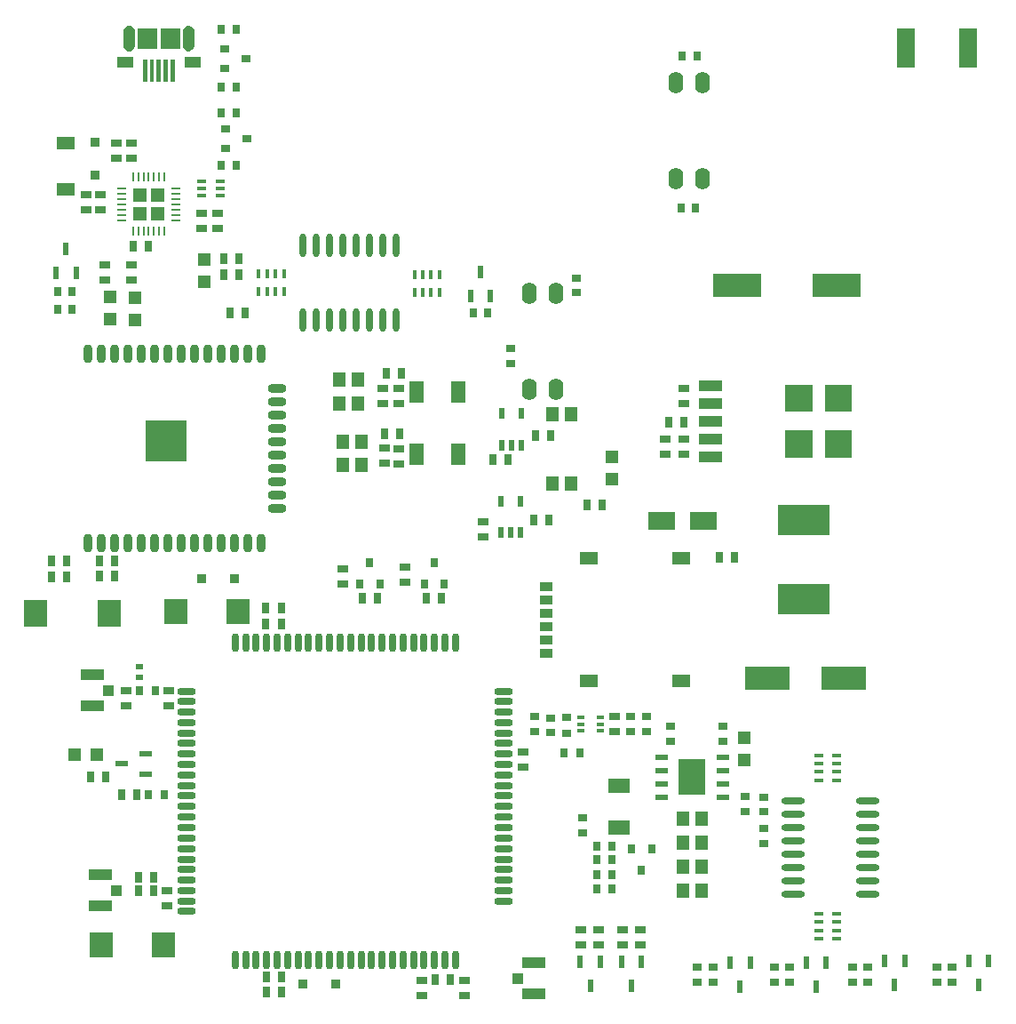
<source format=gtp>
%FSTAX23Y23*%
%MOIN*%
%SFA1B1*%

%IPPOS*%
%ADD19R,0.066930X0.049210*%
%ADD20R,0.035430X0.010000*%
%ADD21R,0.010000X0.035430*%
%ADD22R,0.037400X0.035430*%
%ADD23O,0.035000X0.070000*%
%ADD24O,0.070000X0.035000*%
%ADD25R,0.157500X0.157500*%
%ADD26R,0.029530X0.039370*%
%ADD27R,0.015750X0.082680*%
%ADD28R,0.059060X0.039370*%
%ADD29R,0.074800X0.074800*%
%ADD30R,0.039370X0.029530*%
%ADD31R,0.035430X0.015750*%
%ADD32R,0.017720X0.035430*%
%ADD33O,0.087840X0.023700*%
%ADD34R,0.086910X0.093540*%
%ADD35R,0.035430X0.017720*%
%ADD36R,0.021650X0.039370*%
%ADD37O,0.070870X0.027560*%
%ADD38O,0.027560X0.070870*%
%ADD39R,0.023620X0.045280*%
%ADD40R,0.035430X0.031500*%
%ADD41R,0.031500X0.035430*%
%ADD42R,0.066930X0.145670*%
%ADD43R,0.031500X0.035430*%
%ADD44R,0.035430X0.031500*%
%ADD45R,0.085040X0.042130*%
%ADD46R,0.047240X0.047240*%
%ADD47R,0.165350X0.086610*%
%ADD48R,0.055120X0.078740*%
%ADD49R,0.047240X0.055120*%
%ADD50R,0.047240X0.047240*%
%ADD51R,0.086910X0.102050*%
%ADD52R,0.098430X0.137790*%
%ADD53R,0.047240X0.023620*%
%ADD54R,0.078740X0.055120*%
%ADD55O,0.055120X0.082680*%
%ADD56R,0.035430X0.037400*%
%ADD57R,0.086610X0.041340*%
%ADD58R,0.041340X0.039370*%
%ADD59R,0.025980X0.024410*%
%ADD60R,0.027560X0.035430*%
%ADD61R,0.035430X0.027560*%
%ADD62R,0.196850X0.118110*%
%ADD63R,0.098430X0.066930*%
%ADD64R,0.183070X0.090550*%
%ADD65O,0.023700X0.087840*%
%ADD66R,0.027560X0.016540*%
%ADD67R,0.070870X0.051180*%
%ADD68R,0.047240X0.035430*%
%ADD69R,0.045280X0.023620*%
%LNesp_gsm_iot-1*%
%LPD*%
G36*
X00649Y03752D02*
X00574D01*
Y03827*
X00649*
Y03752*
G37*
G36*
X00562D02*
X00487D01*
Y03827*
X00562*
Y03752*
G37*
G36*
X00469Y03833D02*
X00475Y03827D01*
X00478Y03819*
X00478Y03815*
Y03764*
X00478Y0376*
X00475Y03752*
X00469Y03746*
X00461Y03742*
X00452*
X00444Y03746*
X00438Y03752*
X00435Y0376*
X00435Y03764*
Y03815*
X00435Y03819*
X00438Y03827*
X00444Y03833*
X00452Y03837*
X00461*
X00469Y03833*
G37*
G36*
X00691Y03833D02*
X00697Y03827D01*
X00701Y03819*
Y0376*
X00697Y03752*
X00691Y03746*
X00683Y03742*
X00675*
X00667Y03746*
X00661Y03752*
X00657Y0376*
Y03819*
X00661Y03827*
X00667Y03833*
X00675Y03837*
X00683*
X00691Y03833*
G37*
G36*
X00723Y03681D02*
X00664D01*
Y03721*
X00723*
Y03681*
G37*
G36*
X00471D02*
X00412D01*
Y03721*
X00471*
Y03681*
G37*
G36*
X00627Y03628D02*
X00611D01*
Y03711*
X00627*
Y03628*
G37*
G36*
X00601D02*
X00586D01*
Y03711*
X00601*
Y03628*
G37*
G36*
X00576D02*
X0056D01*
Y03711*
X00576*
Y03628*
G37*
G36*
X0055D02*
X00534D01*
Y03711*
X0055*
Y03628*
G37*
G36*
X00524D02*
X00509D01*
Y03711*
X00524*
Y03628*
G37*
G36*
X0059Y03177D02*
X0054D01*
Y03227*
X0059*
Y03177*
G37*
G36*
X00521D02*
X00471D01*
Y03227*
X00521*
Y03177*
G37*
G36*
X0059Y03108D02*
X0054D01*
Y03158*
X0059*
Y03108*
G37*
G36*
X00521D02*
X00471D01*
Y03158*
X00521*
Y03108*
G37*
G36*
X0317Y02389D02*
X03068D01*
Y02492*
X0317*
Y02389*
G37*
G36*
X03021D02*
X02919D01*
Y02492*
X03021*
Y02389*
G37*
G36*
X0317Y02217D02*
X03068D01*
Y0232*
X0317*
Y02217*
G37*
G36*
X03021D02*
X02919D01*
Y0232*
X03021*
Y02217*
G37*
G54D19*
X0022Y03396D03*
Y03223D03*
G54D20*
X00428Y03227D03*
X00632D03*
Y03207D03*
Y03187D03*
Y03168D03*
Y03148D03*
Y03128D03*
Y03108D03*
X00428D03*
Y03128D03*
Y03148D03*
Y03168D03*
Y03187D03*
Y03207D03*
G54D21*
X00471Y0327D03*
X0059Y03066D03*
X0057D03*
X0055D03*
X0053D03*
X00511D03*
X00491D03*
X00471D03*
X00491Y0327D03*
X00511D03*
X0053D03*
X0055D03*
X0057D03*
X0059D03*
G54D22*
X0033Y03402D03*
Y03277D03*
G54D23*
X00301Y02606D03*
X00351D03*
X00401D03*
X00451D03*
X00501D03*
X00551D03*
X00601D03*
X00651D03*
X00701D03*
X00751D03*
X00801D03*
X00851D03*
X00901D03*
X00951D03*
Y01897D03*
X00901D03*
X00851D03*
X00801D03*
X00751D03*
X00701D03*
X00651D03*
X00601D03*
X00551D03*
X00501D03*
X00451D03*
X00401D03*
X00351D03*
X00301D03*
G54D24*
X01012Y02476D03*
Y02426D03*
Y02376D03*
Y02326D03*
Y02276D03*
Y02226D03*
Y02176D03*
Y02126D03*
Y02076D03*
Y02026D03*
G54D25*
X00595Y0228D03*
G54D26*
X00471Y0301D03*
X00528D03*
X02038Y023D03*
X01981D03*
X01331Y0169D03*
X01388D03*
X01027Y01595D03*
X0097D03*
X02176Y0204D03*
X02233D03*
X01416Y02307D03*
X01473D03*
X00811Y02905D03*
X00868D03*
X00427Y00955D03*
X00484D03*
X00223Y0183D03*
X00166D03*
X00223Y0177D03*
X00166D03*
X00403Y0183D03*
X00346D03*
X0163Y0169D03*
X01573D03*
X01421Y02535D03*
X01478D03*
X01878Y0221D03*
X01821D03*
X01976Y01983D03*
X02033D03*
X00548Y00645D03*
X00491D03*
Y00595D03*
X00548D03*
X01606Y0026D03*
X01663D03*
X02481Y0235D03*
X02538D03*
X02671Y01845D03*
X02728D03*
X00346Y01775D03*
X00403D03*
X00311Y0102D03*
X00368D03*
X00971Y00215D03*
X01028D03*
X0097Y01655D03*
X01027D03*
X00971Y0027D03*
X01028D03*
X00836Y0276D03*
X00893D03*
X00811Y02965D03*
X00868D03*
G54D27*
X00568Y03669D03*
X00593D03*
X00619D03*
X00542D03*
X00517D03*
G54D28*
X00694Y03701D03*
X00442D03*
G54D29*
X00611Y0379D03*
X00525D03*
G54D30*
X00465Y03341D03*
Y03398D03*
X0041D03*
Y03341D03*
X0079Y03076D03*
Y03133D03*
X0126Y01745D03*
Y01802D03*
X01555Y00258D03*
Y00201D03*
X01415Y02253D03*
Y02196D03*
X0147Y0225D03*
Y02193D03*
X00295Y03146D03*
Y03203D03*
X0035Y03146D03*
Y03203D03*
X00365Y02885D03*
Y02942D03*
X00465Y02885D03*
Y02942D03*
X01492Y01808D03*
Y01751D03*
X0141Y02477D03*
Y0242D03*
X0147Y02477D03*
Y0242D03*
X01785Y01978D03*
Y01921D03*
X0231Y00389D03*
Y00446D03*
X02217Y00389D03*
Y00446D03*
X02152Y00389D03*
Y00446D03*
X01715Y00201D03*
Y00258D03*
X0228Y0119D03*
Y01247D03*
X0254Y02231D03*
Y02288D03*
X0247Y02231D03*
Y02288D03*
X0254Y02421D03*
Y02478D03*
X006Y00593D03*
Y00536D03*
X00445Y01343D03*
Y01286D03*
X00605Y01343D03*
Y01286D03*
X01935Y01113D03*
Y01056D03*
X02374Y00446D03*
Y00389D03*
X0073Y03133D03*
Y03076D03*
G54D31*
X00727Y03253D03*
X00797D03*
Y03227D03*
Y03201D03*
X00727D03*
Y03227D03*
G54D32*
X0159Y02903D03*
X01622D03*
X01527D03*
X01559D03*
Y02836D03*
X01527D03*
X01622D03*
X0159D03*
X01005Y02908D03*
X01037D03*
X00942D03*
X00974D03*
Y02841D03*
X00942D03*
X01037D03*
X01005D03*
G54D33*
X02949Y0093D03*
Y0088D03*
Y0083D03*
Y0078D03*
Y0073D03*
Y0068D03*
Y0063D03*
Y0058D03*
X0323Y0093D03*
Y0088D03*
Y0083D03*
Y0078D03*
Y0073D03*
Y0068D03*
Y0063D03*
Y0058D03*
G54D34*
X00353Y0039D03*
X00586D03*
X00631Y0164D03*
X00864D03*
G54D35*
X03113Y01039D03*
Y01007D03*
Y01102D03*
Y0107D03*
X03046D03*
Y01102D03*
Y01007D03*
Y01039D03*
X03111Y00444D03*
Y00413D03*
Y00507D03*
Y00476D03*
X03044D03*
Y00507D03*
Y00413D03*
Y00444D03*
G54D36*
X01851Y01936D03*
X01889D03*
X01926D03*
Y02054D03*
X01851D03*
X01854Y02384D03*
X01929D03*
Y02265D03*
X01891D03*
X01854D03*
G54D37*
X00673Y00516D03*
Y01342D03*
X01862Y01342D03*
X00673Y00555D03*
Y00594D03*
Y00634D03*
Y00673D03*
Y00712D03*
Y00752D03*
Y00791D03*
Y00831D03*
Y0087D03*
Y00909D03*
Y00949D03*
Y00988D03*
Y01027D03*
Y01067D03*
Y01106D03*
Y01146D03*
Y01185D03*
Y01224D03*
Y01264D03*
Y01303D03*
X01862D03*
Y01264D03*
Y01224D03*
Y01185D03*
Y01146D03*
Y01106D03*
Y01067D03*
Y01027D03*
Y00988D03*
Y00949D03*
Y00909D03*
Y0087D03*
Y00831D03*
Y00791D03*
Y00752D03*
Y00712D03*
Y00673D03*
Y00634D03*
Y00594D03*
Y00555D03*
G54D38*
X01681Y01523D03*
X00855D03*
Y00335D03*
X01681D03*
X01642D03*
X01603D03*
X01563D03*
X01524D03*
X01484D03*
X01445D03*
X01406D03*
X01366D03*
X01327D03*
X01288D03*
X01248D03*
X01209D03*
X0117D03*
X0113D03*
X01091D03*
X01051D03*
X01012D03*
X00973D03*
X00933D03*
X00894D03*
Y01523D03*
X00933D03*
X00973D03*
X01012D03*
X01051D03*
X01091D03*
X0113D03*
X0117D03*
X01209D03*
X01248D03*
X01288D03*
X01327D03*
X01366D03*
X01406D03*
X01445D03*
X01484D03*
X01524D03*
X01563D03*
X01603D03*
X01642D03*
G54D39*
X02379Y00326D03*
X02305D03*
X02342Y00238D03*
X02787Y00324D03*
X02712D03*
X0275Y00235D03*
X01775Y02914D03*
X01812Y02825D03*
X01737D03*
X0333Y0024D03*
X03292Y00329D03*
X03367D03*
X03646Y0024D03*
X03608Y00329D03*
X03683D03*
X03035Y00235D03*
X02997Y00324D03*
X03072D03*
X0022Y02999D03*
X00257Y0291D03*
X00182D03*
X02224Y00326D03*
X0215D03*
X02187Y00238D03*
G54D40*
X0204Y01242D03*
Y01187D03*
X024Y01192D03*
Y01247D03*
X0198D03*
Y01192D03*
X0189Y02572D03*
Y02627D03*
X0216Y00867D03*
Y00812D03*
X02685Y01155D03*
Y0121D03*
X0277Y00892D03*
Y00947D03*
X0284Y00772D03*
Y00827D03*
X0249Y0121D03*
Y01154D03*
X0284Y0089D03*
Y00945D03*
X02135Y02837D03*
Y02892D03*
X03545Y00252D03*
Y00307D03*
X03488Y00252D03*
Y00307D03*
X03228Y00252D03*
Y00307D03*
X03172Y00252D03*
Y00307D03*
X02935Y00252D03*
Y00307D03*
X0288Y00252D03*
Y00307D03*
X0265Y00252D03*
Y00307D03*
X0259Y00252D03*
Y00307D03*
G54D41*
X0136Y01824D03*
X01397Y01745D03*
X01322D03*
X01564D03*
X01639D03*
X01601Y01824D03*
X0238Y0067D03*
X02342Y00749D03*
X02417D03*
G54D42*
X03373Y03755D03*
X03606D03*
G54D43*
X00802Y0351D03*
X00857D03*
X00802Y03313D03*
X00857D03*
Y03825D03*
X00802D03*
Y03606D03*
X00857D03*
X02267Y006D03*
X02212D03*
Y00655D03*
X02267D03*
X02212Y0076D03*
X02267D03*
X02212Y0071D03*
X02267D03*
X00242Y02775D03*
X00187D03*
X00242Y0284D03*
X00187D03*
X02582Y03155D03*
X02527D03*
X02587Y03725D03*
X02532D03*
X01802Y02761D03*
X01747D03*
G54D44*
X00815Y03752D03*
Y03677D03*
X00894Y03715D03*
X00899Y03415D03*
X0082Y03377D03*
Y03452D03*
G54D45*
X02638Y02488D03*
Y02421D03*
Y02355D03*
Y02288D03*
Y02221D03*
G54D46*
X0074Y02961D03*
Y02878D03*
X0227Y02138D03*
Y02221D03*
X0048Y02735D03*
Y02817D03*
X00385Y02738D03*
Y02821D03*
X02765Y01166D03*
Y01083D03*
G54D47*
X03138Y0139D03*
X02851D03*
G54D48*
X01536Y02232D03*
X01693D03*
X01536Y02464D03*
X01693D03*
G54D49*
X0133Y02192D03*
X01259D03*
X0133Y02277D03*
X01259D03*
X01316Y02511D03*
X01245D03*
X01315Y02422D03*
X01244D03*
X02044Y0238D03*
X02115D03*
X02044Y0212D03*
X02115D03*
X02534Y00595D03*
X02605D03*
X02534Y00685D03*
X02605D03*
X02534Y00775D03*
X02605D03*
X02535Y00865D03*
X02605D03*
G54D50*
X00253Y01105D03*
X00336D03*
G54D51*
X00383Y01635D03*
X00106D03*
G54D52*
X0257Y0102D03*
G54D53*
X02455Y00945D03*
Y00995D03*
Y01045D03*
Y01095D03*
X02684D03*
Y01045D03*
Y00995D03*
Y00945D03*
G54D54*
X02295Y00988D03*
Y00831D03*
G54D55*
X0206Y02834D03*
X0196D03*
X0206Y02475D03*
X0196D03*
X02508Y03265D03*
X02608D03*
X02508Y03624D03*
X02608D03*
G54D56*
X01107Y00245D03*
X01232D03*
X00852Y01765D03*
X00727D03*
G54D57*
X0035Y00653D03*
Y00536D03*
X01975Y00206D03*
Y00323D03*
X0032Y01286D03*
Y01403D03*
G54D58*
X0041Y00595D03*
X01914Y00265D03*
X0038Y01345D03*
G54D59*
X00495Y01434D03*
Y01395D03*
G54D60*
X02149Y0111D03*
X0209D03*
X0059Y00955D03*
X0053D03*
X00495Y01345D03*
X00554D03*
G54D61*
X021Y01244D03*
Y01185D03*
X0234Y01189D03*
Y01248D03*
G54D62*
X0299Y01687D03*
X0299Y01985D03*
G54D63*
X02613Y0198D03*
X02456D03*
G54D64*
X03112Y02865D03*
X02737D03*
G54D65*
X0146Y03015D03*
X0141D03*
X0136D03*
X0131D03*
X0126D03*
X0121D03*
X0116D03*
X0111D03*
X0146Y02734D03*
X0141D03*
X0136D03*
X0131D03*
X0126D03*
X0121D03*
X0116D03*
X0111D03*
G54D66*
X02153Y01244D03*
X02226D03*
Y01218D03*
Y01193D03*
X02153D03*
Y01218D03*
G54D67*
X02182Y0184D03*
X02528D03*
Y01379D03*
X02182D03*
G54D68*
X02021Y01735D03*
Y01685D03*
Y01635D03*
Y01585D03*
Y01535D03*
Y01485D03*
G54D69*
X00519Y01032D03*
Y01107D03*
X0043Y0107D03*
M02*
</source>
